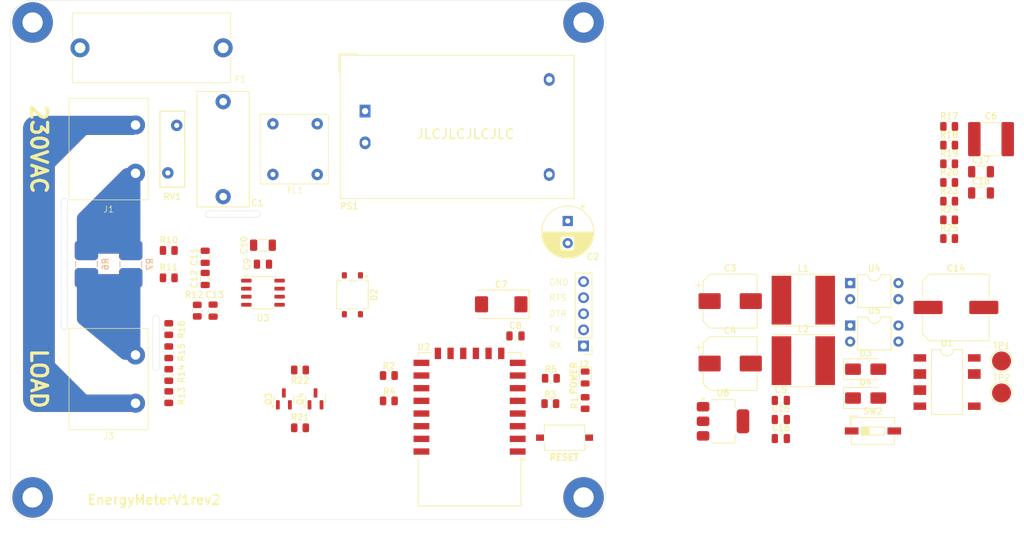
<source format=kicad_pcb>
(kicad_pcb (version 20240108) (generator "pcbnew") (generator_version "8.0")
  (layers (0 "F.Cu" signal) (31 "B.Cu" signal) (34 "B.Paste" user) (35 "F.Paste" user) (36 "B.SilkS" user "B.Silkscreen") (37 "F.SilkS" user "F.Silkscreen") (38 "B.Mask" user) (39 "F.Mask" user) (44 "Edge.Cuts" user))
  (net 0 "")
  (net 1 "Net-(C1-Pad1)")
  (net 2 "N")
  (net 3 "GND2")
  (net 4 "+5V")
  (net 5 "+3.3V")
  (net 6 "Net-(U3-IP)")
  (net 7 "Net-(U3-IN)")
  (net 8 "Net-(U3-VP)")
  (net 9 "Net-(D1-A)")
  (net 10 "L")
  (net 11 "GND1")
  (net 12 "Net-(D2-+)")
  (net 13 "TX")
  (net 14 "/DTR")
  (net 15 "/RTS")
  (net 16 "RX")
  (net 17 "Net-(U1-D)")
  (net 18 "HLW8032 TX")
  (net 19 "HLW8032 PF")
  (net 20 "PF")
  (net 21 "RESET")
  (net 22 "Net-(Q3-B)")
  (net 23 "Net-(Q4-B)")
  (net 24 "GPIO0")
  (net 25 "Net-(U2-GPIO15)")
  (net 26 "Net-(U2-EN)")
  (net 27 "Net-(J3-Pin_2)")
  (net 28 "Net-(R13-Pad2)")
  (net 29 "Net-(R14-Pad2)")
  (net 30 "Net-(R15-Pad2)")
  (net 57 "Net-(D3-K)")
  (net 58 "Net-(U1-BP)")
  (net 59 "Net-(D4-K)")
  (net 60 "+12V")
  (net 61 "/N_COMM")
  (net 62 "/L_COMM")
  (net 63 "Net-(R17-Pad2)")
  (net 64 "Net-(U1-FB)")
  (net 65 "Net-(R23-Pad2)")
  (net 66 "Net-(SW2-A)")
  (footprint "Resistor_SMD:R_0805_2012Metric" (layer "F.Cu") (at 189.25 113.0875 90)
    (property "Reference" "R1" (at 0 -1.65 90) (layer "F.SilkS"))
    (property "Value" "330R")
    (pad "1" smd roundrect (at -0.9125 0 90) (size 1.025 1.4) (layers "F.Cu" "F.Paste" "F.Mask") (roundrect_rratio 0.243902) (net 5 "+3.3V"))
    (pad "2" smd roundrect (at 0.9125 0 90) (size 1.025 1.4) (layers "F.Cu" "F.Paste" "F.Mask") (roundrect_rratio 0.243902) (net 9 "Net-(D1-A)"))
  )
  (footprint "Button_Switch_SMD:SW_Tactile_SPST_NO_Straight_CK_PTS636Sx25SMTRLFS" (layer "F.Cu") (at 186 118.5625)
    (property "Reference" "SW1" (hide yes))
    (property "Value" "SW_Push")
    (pad "1" smd rect (at -3.875 0) (size 1.25 1) (layers "F.Cu" "F.Paste" "F.Mask") (net 21 "RESET"))
    (pad "2" smd rect (at 3.875 0) (size 1.25 1) (layers "F.Cu" "F.Paste" "F.Mask") (net 3 "GND2"))
  )
  (footprint "Capacitor_SMD:C_0805_2012Metric" (layer "F.Cu") (at 129.25 90 -90)
    (property "Reference" "C11" (at 0 1.75 90) (layer "F.SilkS"))
    (property "Value" "33n")
    (pad "1" smd roundrect (at -0.95 0 270) (size 1 1.45) (layers "F.Cu" "F.Paste" "F.Mask") (net 6 "Net-(U3-IP)"))
    (pad "2" smd roundrect (at 0.95 0 270) (size 1 1.45) (layers "F.Cu" "F.Paste" "F.Mask") (net 11 "GND1"))
  )
  (footprint "Resistor_SMD:R_0805_2012Metric" (layer "F.Cu") (at 144.225 107.875 180)
    (property "Reference" "R22" (at 0 -1.65 0) (layer "F.SilkS"))
    (property "Value" "10k")
    (pad "1" smd roundrect (at -0.9125 0 180) (size 1.025 1.4) (layers "F.Cu" "F.Paste" "F.Mask") (roundrect_rratio 0.243902) (net 23 "Net-(Q4-B)"))
    (pad "2" smd roundrect (at 0.9125 0 180) (size 1.025 1.4) (layers "F.Cu" "F.Paste" "F.Mask") (roundrect_rratio 0.243902) (net 15 "/RTS"))
  )
  (footprint "Resistor_SMD:R_0805_2012Metric" (layer "F.Cu") (at 246.73 72.37)
    (property "Reference" "R18" (at 0 -1.65 0) (layer "F.SilkS"))
    (property "Value" "10k")
    (pad "1" smd roundrect (at -0.9125 0) (size 1.025 1.4) (layers "F.Cu" "F.Paste" "F.Mask") (roundrect_rratio 0.243902) (net 5 "+3.3V"))
    (pad "2" smd roundrect (at 0.9125 0) (size 1.025 1.4) (layers "F.Cu" "F.Paste" "F.Mask") (roundrect_rratio 0.243902) (net 20 "PF"))
  )
  (footprint "Library:FH1-200CK-G" (layer "F.Cu") (at 120.789998 57)
    (property "Reference" "F1" (at 14 5 0) (layer "F.SilkS") (effects (font (thickness 0.1))))
    (property "Value" "Fuse socket")
    (pad "1" thru_hole circle (at -11.3 0) (size 3 3) (drill 1.7) (layers "*.Cu" "*.Mask") (net 10 "L"))
    (pad "2" thru_hole circle (at 11.3 0) (size 3 3) (drill 1.7) (layers "*.Cu" "*.Mask") (net 1 "Net-(C1-Pad1)"))
  )
  (footprint "Capacitor_SMD:C_1206_3216Metric" (layer "F.Cu") (at 251.76 76.57)
    (property "Reference" "C17" (at 0 -1.85 0) (layer "F.SilkS"))
    (property "Value" "10u")
    (pad "1" smd roundrect (at -1.475 0) (size 1.15 1.8) (layers "F.Cu" "F.Paste" "F.Mask") (roundrect_rratio 0.217391) (net 60 "+12V"))
    (pad "2" smd roundrect (at 1.475 0) (size 1.15 1.8) (layers "F.Cu" "F.Paste" "F.Mask") (roundrect_rratio 0.217391) (net 11 "GND1"))
  )
  (footprint "Capacitor_SMD:C_1206_3216Metric" (layer "F.Cu") (at 138.375 88.1675)
    (property "Reference" "C10" (at -3 0 90) (layer "F.SilkS"))
    (property "Value" "10u")
    (pad "1" smd roundrect (at -1.475 0) (size 1.15 1.8) (layers "F.Cu" "F.Paste" "F.Mask") (roundrect_rratio 0.217391) (net 4 "+5V"))
    (pad "2" smd roundrect (at 1.475 0) (size 1.15 1.8) (layers "F.Cu" "F.Paste" "F.Mask") (roundrect_rratio 0.217391) (net 11 "GND1"))
  )
  (footprint "Capacitor_SMD:CP_Elec_8x10" (layer "F.Cu") (at 212.155 97)
    (property "Reference" "C3" (at 0 -5.2 0) (layer "F.SilkS"))
    (property "Value" "4u7 / 400V")
    (pad "1" smd roundrect (at -3.25 0) (size 3.5 2.5) (layers "F.Cu" "F.Paste" "F.Mask") (roundrect_rratio 0.1) (net 12 "Net-(D2-+)"))
    (pad "2" smd roundrect (at 3.25 0) (size 3.5 2.5) (layers "F.Cu" "F.Paste" "F.Mask") (roundrect_rratio 0.1) (net 11 "GND1"))
  )
  (footprint "Connector_PinHeader_2.54mm:PinHeader_1x05_P2.54mm_Vertical" (layer "F.Cu") (at 189 104.075 180)
    (property "Reference" "J2" (at 0 -2.925 360) (layer "F.SilkS"))
    (property "Value" "Conn_01x05")
    (pad "1" thru_hole rect (at 0 0 180) (size 1.7 1.7) (drill 1) (layers "*.Cu" "*.Mask") (net 16 "RX"))
    (pad "2" thru_hole oval (at 0 2.54 180) (size 1.7 1.7) (drill 1) (layers "*.Cu" "*.Mask") (net 13 "TX"))
    (pad "3" thru_hole oval (at 0 5.08 180) (size 1.7 1.7) (drill 1) (layers "*.Cu" "*.Mask") (net 14 "/DTR"))
    (pad "4" thru_hole oval (at 0 7.62 180) (size 1.7 1.7) (drill 1) (layers "*.Cu" "*.Mask") (net 15 "/RTS"))
    (pad "5" thru_hole oval (at 0 10.16 180) (size 1.7 1.7) (drill 1) (layers "*.Cu" "*.Mask") (net 3 "GND2"))
  )
  (footprint "Library:R_2512_Shunt" (layer "F.Cu") (at 110.5 91.16 -90)
    (property "Reference" "R8" (at 0 -3 90) (layer "F.SilkS"))
    (property "Value" "0.004R")
    (pad "1" smd roundrect (at -2.16 0 270) (size 3.05 3.68) (layers "F.Cu" "F.Paste" "F.Mask") (roundrect_rratio 0.178571) (net 2 "N"))
    (pad "2" smd roundrect (at 2.16 0 270) (size 3.05 3.68) (layers "F.Cu" "F.Paste" "F.Mask") (roundrect_rratio 0.178571) (net 27 "Net-(J3-Pin_2)"))
  )
  (footprint "Resistor_SMD:R_0805_2012Metric" (layer "F.Cu") (at 158.25 112.75)
    (property "Reference" "R4" (at 0.0875 -1.5 0) (layer "F.SilkS"))
    (property "Value" "10k")
    (pad "1" smd roundrect (at -0.9125 0) (size 1.025 1.4) (layers "F.Cu" "F.Paste" "F.Mask") (roundrect_rratio 0.243902) (net 5 "+3.3V"))
    (pad "2" smd roundrect (at 0.9125 0) (size 1.025 1.4) (layers "F.Cu" "F.Paste" "F.Mask") (roundrect_rratio 0.243902) (net 24 "GPIO0"))
  )
  (footprint "Resistor_SMD:R_0805_2012Metric" (layer "F.Cu") (at 128 98.5 90)
    (property "Reference" "R12" (at 2.5 -0.5 180) (layer "F.SilkS"))
    (property "Value" "1k")
    (pad "1" smd roundrect (at -0.9125 0 90) (size 1.025 1.4) (layers "F.Cu" "F.Paste" "F.Mask") (roundrect_rratio 0.243902) (net 11 "GND1"))
    (pad "2" smd roundrect (at 0.9125 0 90) (size 1.025 1.4) (layers "F.Cu" "F.Paste" "F.Mask") (roundrect_rratio 0.243902) (net 8 "Net-(U3-VP)"))
  )
  (footprint "Resistor_SMD:R_0805_2012Metric" (layer "F.Cu") (at 144.225 117)
    (property "Reference" "R21" (at 0 -1.65 0) (layer "F.SilkS"))
    (property "Value" "10k")
    (pad "1" smd roundrect (at -0.9125 0) (size 1.025 1.4) (layers "F.Cu" "F.Paste" "F.Mask") (roundrect_rratio 0.243902) (net 22 "Net-(Q3-B)"))
    (pad "2" smd roundrect (at 0.9125 0) (size 1.025 1.4) (layers "F.Cu" "F.Paste" "F.Mask") (roundrect_rratio 0.243902) (net 14 "/DTR"))
  )
  (footprint "Library:SOP-8_3.9x4.9mm_P1.27mm_custom" (layer "F.Cu") (at 138.375 95.6675)
    (property "Reference" "U3" (at 0 4 0) (layer "F.SilkS"))
    (property "Value" "HLW8032")
    (pad "1" smd roundrect (at -2.625 -1.905) (size 1.65 0.6) (layers "F.Cu" "F.Paste" "F.Mask") (net 4 "+5V"))
    (pad "2" smd roundrect (at -2.625 -0.635) (size 1.65 0.6) (layers "F.Cu" "F.Paste" "F.Mask") (net 6 "Net-(U3-IP)"))
    (pad "3" smd roundrect (at -2.625 0.635) (size 1.65 0.6) (layers "F.Cu" "F.Paste" "F.Mask") (net 7 "Net-(U3-IN)"))
    (pad "4" smd roundrect (at -2.625 1.905) (size 1.65 0.6) (layers "F.Cu" "F.Paste" "F.Mask") (net 8 "Net-(U3-VP)"))
    (pad "5" smd roundrect (at 2.625 1.905) (size 1.65 0.6) (layers "F.Cu" "F.Paste" "F.Mask") (net 11 "GND1"))
    (pad "6" smd roundrect (at 2.625 0.635) (size 1.65 0.6) (layers "F.Cu" "F.Paste" "F.Mask") (net 18 "HLW8032 TX"))
    (pad "7" smd roundrect (at 2.625 -0.635) (size 1.65 0.6) (layers "F.Cu" "F.Paste" "F.Mask") (net 19 "HLW8032 PF"))
    (pad "8" smd roundrect (at 2.625 -1.905) (size 1.65 0.6) (layers "F.Cu" "F.Paste" "F.Mask"))
  )
  (footprint "Converter_ACDC:Converter_ACDC_Hi-Link_HLK-PMxx" (layer "F.Cu") (at 154.5 67)
    (property "Reference" "PS1" (at -2.5 15 0) (layer "F.SilkS"))
    (property "Value" "HLK-PM03")
    (pad "1" thru_hole rect (at 0 0) (size 1.7 2) (drill 1) (layers "*.Cu" "*.Mask") (net 62 "/L_COMM"))
    (pad "2" thru_hole oval (at 0 5) (size 1.7 2) (drill 1) (layers "*.Cu" "*.Mask") (net 61 "/N_COMM"))
    (pad "3" thru_hole oval (at 29.08 -5) (size 1.7 2) (drill 1) (layers "*.Cu" "*.Mask") (net 3 "GND2"))
    (pad "4" thru_hole oval (at 29.08 10) (size 1.7 2) (drill 1) (layers "*.Cu" "*.Mask") (net 5 "+3.3V"))
  )
  (footprint "MountingHole:MountingHole_3.2mm_M3_Pad_TopBottom" (layer "F.Cu") (at 102 128)
    (property "Reference" "H4" (hide yes))
    (property "Value" "MountingHole")
    (pad "1" thru_hole circle (at 0 0) (size 3.6 3.6) (drill 3.2) (layers "*.Cu" "*.Mask"))
    (pad "1" connect circle (at 0 0) (size 6.4 6.4) (layers "F.Cu" "F.Mask"))
    (pad "1" connect circle (at 0 0) (size 6.4 6.4) (layers "B.Cu" "B.Mask"))
  )
  (footprint "Resistor_SMD:R_0805_2012Metric" (layer "F.Cu") (at 123.5 93.32)
    (property "Reference" "R11" (at 0 -1.65 0) (layer "F.SilkS"))
    (property "Value" "1k")
    (pad "1" smd roundrect (at -0.9125 0) (size 1.025 1.4) (layers "F.Cu" "F.Paste" "F.Mask") (roundrect_rratio 0.243902) (net 27 "Net-(J3-Pin_2)"))
    (pad "2" smd roundrect (at 0.9125 0) (size 1.025 1.4) (layers "F.Cu" "F.Paste" "F.Mask") (roundrect_rratio 0.243902) (net 7 "Net-(U3-IN)"))
  )
  (footprint "Library:KF7.62-2P" (layer "F.Cu") (at 118.25 109.31 90)
    (property "Reference" "J3" (at -9 -4.25 0) (layer "F.SilkS") (effects (font (thickness 0.1))))
    (property "Value" "Screw_Terminal_LOAD")
    (pad "1" thru_hole circle (at -3.81 0 90) (size 3 3) (drill 1.5) (layers "*.Cu" "*.Mask") (net 10 "L"))
    (pad "2" thru_hole circle (at 3.81 0 90) (size 3 3) (drill 1.5) (layers "*.Cu" "*.Mask") (net 27 "Net-(J3-Pin_2)"))
  )
  (footprint "MountingHole:MountingHole_3.2mm_M3_Pad_TopBottom" (layer "F.Cu") (at 102 53)
    (property "Reference" "H1" (hide yes))
    (property "Value" "MountingHole")
    (pad "1" thru_hole circle (at 0 0) (size 3.6 3.6) (drill 3.2) (layers "*.Cu" "*.Mask"))
    (pad "1" connect circle (at 0 0) (size 6.4 6.4) (layers "F.Cu" "F.Mask"))
    (pad "1" connect circle (at 0 0) (size 6.4 6.4) (layers "B.Cu" "B.Mask"))
  )
  (footprint "Capacitor_SMD:C_2220_5750Metric_Pad1.97x5.40mm_HandSolder" (layer "F.Cu") (at 253.34 71.42)
    (property "Reference" "C6" (at 0 -3.65 0) (layer "F.SilkS"))
    (property "Value" "22u / 50V")
    (pad "1" smd roundrect (at -2.6375 0) (size 1.975 5.4) (layers "F.Cu" "F.Paste" "F.Mask") (roundrect_rratio 0.126582) (net 59 "Net-(D4-K)"))
    (pad "2" smd roundrect (at 2.6375 0) (size 1.975 5.4) (layers "F.Cu" "F.Paste" "F.Mask") (roundrect_rratio 0.126582) (net 57 "Net-(D3-K)"))
  )
  (footprint "Varistor:RV_Disc_D12mm_W3.9mm_P7.5mm" (layer "F.Cu") (at 124.757499 69.25 -90)
    (property "Reference" "RV1" (at 11.25 0.7 0) (layer "F.SilkS"))
    (property "Value" "MOV-10D561K")
    (pad "1" thru_hole circle (at 0 0 270) (size 1.8 1.8) (drill 0.8) (layers "*.Cu" "*.Mask") (net 1 "Net-(C1-Pad1)"))
    (pad "2" thru_hole circle (at 7.5 1.4 270) (size 1.8 1.8) (drill 0.8) (layers "*.Cu" "*.Mask") (net 2 "N"))
  )
  (footprint "Diode_SMD:D_SMA" (layer "F.Cu") (at 233.545 107.75)
    (property "Reference" "D3" (at 0 -2.5 0) (layer "F.SilkS"))
    (property "Value" "US1JHE3")
    (pad "1" smd roundrect (at -2 0) (size 2.5 1.8) (layers "F.Cu" "F.Paste" "F.Mask") (roundrect_rratio 0.1388888889) (net 57 "Net-(D3-K)"))
    (pad "2" smd roundrect (at 2 0) (size 2.5 1.8) (layers "F.Cu" "F.Paste" "F.Mask") (roundrect_rratio 0.1388888889) (net 11 "GND1"))
  )
  (footprint "Capacitor_SMD:C_Elec_10x10.2" (layer "F.Cu") (at 247.8 98)
    (property "Reference" "C14" (at 0 -6.2 0) (layer "F.SilkS"))
    (property "Value" "100u")
    (pad "1" smd roundrect (at -4.4 0) (size 4.6 2.1) (layers "F.Cu" "F.Paste" "F.Mask") (roundrect_rratio 0.119048) (net 60 "+12V"))
    (pad "2" smd roundrect (at 4.4 0) (size 4.6 2.1) (layers "F.Cu" "F.Paste" "F.Mask") (roundrect_rratio 0.119048) (net 11 "GND1"))
  )
  (footprint "Resistor_SMD:R_0805_2012Metric" (layer "F.Cu") (at 246.73 87.12)
    (property "Reference" "R25" (at 0 -1.65 0) (layer "F.SilkS"))
    (property "Value" "3k3")
    (pad "1" smd roundrect (at -0.9125 0) (size 1.025 1.4) (layers "F.Cu" "F.Paste" "F.Mask") (roundrect_rratio 0.243902) (net 60 "+12V"))
    (pad "2" smd roundrect (at 0.9125 0) (size 1.025 1.4) (layers "F.Cu" "F.Paste" "F.Mask") (roundrect_rratio 0.243902) (net 11 "GND1"))
  )
  (footprint "Package_TO_SOT_SMD:SOT-23" (layer "F.Cu") (at 146.675 112.4375 90)
    (property "Reference" "Q4" (at 0 -2.4 90) (layer "F.SilkS"))
    (property "Value" "S8050-SOT23")
    (pad "1" smd roundrect (at -0.9375 -0.95 90) (size 1.475 0.6) (layers "F.Cu" "F.Paste" "F.Mask") (net 23 "Net-(Q4-B)"))
    (pad "2" smd roundrect (at -0.9375 0.95 90) (size 1.475 0.6) (layers "F.Cu" "F.Paste" "F.Mask") (net 14 "/DTR"))
    (pad "3" smd roundrect (at 0.9375 0 90) (size 1.475 0.6) (layers "F.Cu" "F.Paste" "F.Mask") (net 24 "GPIO0"))
  )
  (footprint "Package_DIP:DIP-4_W7.62mm" (layer "F.Cu") (at 231.1 100.85)
    (property "Reference" "U5" (at 3.81 -2.33 0) (layer "F.SilkS"))
    (property "Value" "PC817")
    (pad "1" thru_hole rect (at 0 0) (size 1.6 1.6) (drill 0.8) (layers "*.Cu" "*.Mask") (net 63 "Net-(R17-Pad2)"))
    (pad "2" thru_hole oval (at 0 2.54) (size 1.6 1.6) (drill 0.8) (layers "*.Cu" "*.Mask") (net 19 "HLW8032 PF"))
    (pad "3" thru_hole oval (at 7.62 2.54) (size 1.6 1.6) (drill 0.8) (layers "*.Cu" "*.Mask") (net 3 "GND2"))
    (pad "4" thru_hole oval (at 7.62 0) (size 1.6 1.6) (drill 0.8) (layers "*.Cu" "*.Mask") (net 20 "PF"))
  )
  (footprint "Capacitor_SMD:C_0805_2012Metric" (layer "F.Cu") (at 220.15 112.68)
    (property "Reference" "C5" (at 0 -1.68 0) (layer "F.SilkS"))
    (property "Value" "100n")
    (pad "1" smd roundrect (at -0.95 0) (size 1 1.45) (layers "F.Cu" "F.Paste" "F.Mask") (net 58 "Net-(U1-BP)"))
    (pad "2" smd roundrect (at 0.95 0) (size 1 1.45) (layers "F.Cu" "F.Paste" "F.Mask") (net 57 "Net-(D3-K)"))
  )
  (footprint "RF_Module:ESP-12E" (layer "F.Cu") (at 171 117.25 180)
    (property "Reference" "U2" (at 7.25 13 0) (layer "F.SilkS"))
    (property "Value" "ESP-12F")
    (pad "1" smd rect (at -7.6 -3.5 180) (size 2.5 1) (layers "F.Cu" "F.Paste" "F.Mask") (net 21 "RESET"))
    (pad "2" smd rect (at -7.6 -1.5 180) (size 2.5 1) (layers "F.Cu" "F.Paste" "F.Mask"))
    (pad "3" smd rect (at -7.6 0.5 180) (size 2.5 1) (layers "F.Cu" "F.Paste" "F.Mask") (net 26 "Net-(U2-EN)"))
    (pad "4" smd rect (at -7.6 2.5 180) (size 2.5 1) (layers "F.Cu" "F.Paste" "F.Mask"))
    (pad "5" smd rect (at -7.6 4.5 180) (size 2.5 1) (layers "F.Cu" "F.Paste" "F.Mask"))
    (pad "6" smd rect (at -7.6 6.5 180) (size 2.5 1) (layers "F.Cu" "F.Paste" "F.Mask"))
    (pad "7" smd rect (at -7.6 8.5 180) (size 2.5 1) (layers "F.Cu" "F.Paste" "F.Mask"))
    (pad "8" smd rect (at -7.6 10.5 180) (size 2.5 1) (layers "F.Cu" "F.Paste" "F.Mask") (net 5 "+3.3V"))
    (pad "9" smd rect (at -5 12 180) (size 1 1.8) (layers "F.Cu" "F.Paste" "F.Mask"))
    (pad "10" smd rect (at -3 12 180) (size 1 1.8) (layers "F.Cu" "F.Paste" "F.Mask"))
    (pad "11" smd rect (at -1 12 180) (size 1 1.8) (layers "F.Cu" "F.Paste" "F.Mask"))
    (pad "12" smd rect (at 1 12 180) (size 1 1.8) (layers "F.Cu" "F.Paste" "F.Mask"))
    (pad "13" smd rect (at 3 12 180) (size 1 1.8) (layers "F.Cu" "F.Paste" "F.Mask"))
    (pad "14" smd rect (at 5 12 180) (size 1 1.8) (layers "F.Cu" "F.Paste" "F.Mask"))
    (pad "15" smd rect (at 7.6 10.5 180) (size 2.5 1) (layers "F.Cu" "F.Paste" "F.Mask") (net 3 "GND2"))
    (pad "16" smd rect (at 7.6 8.5 180) (size 2.5 1) (layers "F.Cu" "F.Paste" "F.Mask") (net 25 "Net-(U2-GPIO15)"))
    (pad "17" smd rect (at 7.6 6.5 180) (size 2.5 1) (layers "F.Cu" "F.Paste" "F.Mask"))
    (pad "18" smd rect (at 7.6 4.5 180) (size 2.5 1) (layers "F.Cu" "F.Paste" "F.Mask") (net 24 "GPIO0"))
    (pad "19" smd rect (at 7.6 2.5 180) (size 2.5 1) (layers "F.Cu" "F.Paste" "F.Mask") (net 20 "PF"))
    (pad "20" smd rect (at 7.6 0.5 180) (size 2.5 1) (layers "F.Cu" "F.Paste" "F.Mask"))
    (pad "21" smd rect (at 7.6 -1.5 180) (size 2.5 1) (layers "F.Cu" "F.Paste" "F.Mask") (net 13 "TX"))
    (pad "22" smd rect (at 7.6 -3.5 180) (size 2.5 1) (layers "F.Cu" "F.Paste" "F.Mask") (net 16 "RX"))
    (zone (net 0) (net_name "") (layers "*.Cu") (connect_pads (clearance 0)) (min_thickness 0.254)
      (keepout (tracks not_allowed) (vias not_allowed) (pads not_allowed) (copperpour not_allowed) (footprints not_allowed))
      (fill (thermal_gap 0.508) (thermal_bridge_width 0.508))
      (polygon (pts (xy 179.12 122.05) (xy 162.88 122.05) (xy 162.88 129.37) (xy 179.12 129.37)))
    )
  )
  (footprint "Package_TO_SOT_SMD:TO-269AA" (layer "F.Cu") (at 152.5 96 -90)
    (property "Reference" "D2" (at 0 -3.4 90) (layer "F.SilkS"))
    (property "Value" "MB6S")
    (pad "1" smd roundrect (at -3.075 -1.27 270) (size 1 0.8) (layers "F.Cu" "F.Paste" "F.Mask") (net 61 "/N_COMM"))
    (pad "2" smd roundrect (at -3.075 1.27 270) (size 1 0.8) (layers "F.Cu" "F.Paste" "F.Mask") (net 62 "/L_COMM"))
    (pad "3" smd roundrect (at 3.075 1.27 270) (size 1 0.8) (layers "F.Cu" "F.Paste" "F.Mask") (net 12 "Net-(D2-+)"))
    (pad "4" smd roundrect (at 3.075 -1.27 270) (size 1 0.8) (layers "F.Cu" "F.Paste" "F.Mask") (net 11 "GND1"))
  )
  (footprint "Resistor_SMD:R_0805_2012Metric" (layer "F.Cu") (at 246.73 69.42)
    (property "Reference" "R17" (at 0 -1.65 0) (layer "F.SilkS"))
    (property "Value" "470R")
    (pad "1" smd roundrect (at -0.9125 0) (size 1.025 1.4) (layers "F.Cu" "F.Paste" "F.Mask") (roundrect_rratio 0.243902) (net 4 "+5V"))
    (pad "2" smd roundrect (at 0.9125 0) (size 1.025 1.4) (layers "F.Cu" "F.Paste" "F.Mask") (roundrect_rratio 0.243902) (net 63 "Net-(R17-Pad2)"))
  )
  (footprint "Resistor_SMD:R_0805_2012Metric" (layer "F.Cu") (at 246.73 81.22)
    (property "Reference" "R23" (at 0 -1.65 0) (layer "F.SilkS"))
    (property "Value" "470R")
    (pad "1" smd roundrect (at -0.9125 0) (size 1.025 1.4) (layers "F.Cu" "F.Paste" "F.Mask") (roundrect_rratio 0.243902) (net 4 "+5V"))
    (pad "2" smd roundrect (at 0.9125 0) (size 1.025 1.4) (layers "F.Cu" "F.Paste" "F.Mask") (roundrect_rratio 0.243902) (net 65 "Net-(R23-Pad2)"))
  )
  (footprint "LED_SMD:LED_0805_2012Metric" (layer "F.Cu") (at 189.25 109.0625 -90)
    (property "Reference" "D1" (hide yes))
    (property "Value" "RED")
    (pad "1" smd roundrect (at -0.9375 0 270) (size 0.975 1.4) (layers "F.Cu" "F.Paste" "F.Mask") (net 3 "GND2"))
    (pad "2" smd roundrect (at 0.9375 0 270) (size 0.975 1.4) (layers "F.Cu" "F.Paste" "F.Mask") (net 9 "Net-(D1-A)"))
  )
  (footprint "Resistor_SMD:R_0805_2012Metric" (layer "F.Cu") (at 246.73 84.17)
    (property "Reference" "R24" (at 0 -1.65 0) (layer "F.SilkS"))
    (property "Value" "10k")
    (pad "1" smd roundrect (at -0.9125 0) (size 1.025 1.4) (layers "F.Cu" "F.Paste" "F.Mask") (roundrect_rratio 0.243902) (net 5 "+3.3V"))
    (pad "2" smd roundrect (at 0.9125 0) (size 1.025 1.4) (layers "F.Cu" "F.Paste" "F.Mask") (roundrect_rratio 0.243902) (net 66 "Net-(SW2-A)"))
  )
  (footprint "Inductor_SMD:L_Taiyo-Yuden_NR-80xx_HandSoldering" (layer "F.Cu") (at 223.7 106.4)
    (property "Reference" "L2" (at 0 -5 0) (layer "F.SilkS"))
    (property "Value" "1mH")
    (pad "1" smd rect (at -3.45 0) (size 3.1 7.7) (layers "F.Cu" "F.Paste" "F.Mask") (net 57 "Net-(D3-K)"))
    (pad "2" smd rect (at 3.45 0) (size 3.1 7.7) (layers "F.Cu" "F.Paste" "F.Mask") (net 60 "+12V"))
  )
  (footprint "Package_TO_SOT_SMD:SOT-223-3_TabPin2" (layer "F.Cu") (at 211.02 115.975)
    (property "Reference" "U6" (at 0 -4.5 0) (layer "F.SilkS"))
    (property "Value" "AMS1117-5.0")
    (pad "1" smd roundrect (at -3.15 -2.3) (size 2 1.5) (layers "F.Cu" "F.Paste" "F.Mask") (net 11 "GND1"))
    (pad "2" smd roundrect (at -3.15 0) (size 2 1.5) (layers "F.Cu" "F.Paste" "F.Mask") (net 4 "+5V"))
    (pad "2" smd roundrect (at 3.15 0) (size 2 3.8) (layers "F.Cu" "F.Paste" "F.Mask") (net 4 "+5V"))
    (pad "3" smd roundrect (at -3.15 2.3) (size 2 1.5) (layers "F.Cu" "F.Paste" "F.Mask") (net 60 "+12V"))
  )
  (footprint "Capacitor_SMD:C_1206_3216Metric" (layer "F.Cu") (at 251.76 79.92)
    (property "Reference" "C18" (at 0 -1.85 0) (layer "F.SilkS"))
    (property "Value" "10u")
    (pad "1" smd roundrect (at -1.475 0) (size 1.15 1.8) (layers "F.Cu" "F.Paste" "F.Mask") (roundrect_rratio 0.217391) (net 4 "+5V"))
    (pad "2" smd roundrect (at 1.475 0) (size 1.15 1.8) (layers "F.Cu" "F.Paste" "F.Mask") (roundrect_rratio 0.217391) (net 11 "GND1"))
  )
  (footprint "Resistor_SMD:R_0805_2012Metric" (layer "F.Cu") (at 123.5 101.4125 90)
    (property "Reference" "R16" (at -0.0875 2 90) (layer "F.SilkS"))
    (property "Value" "470k")
    (pad "1" smd roundrect (at -0.9125 0 90) (size 1.025 1.4) (layers "F.Cu" "F.Paste" "F.Mask") (roundrect_rratio 0.243902) (net 30 "Net-(R15-Pad2)"))
    (pad "2" smd roundrect (at 0.9125 0 90) (size 1.025 1.4) (layers "F.Cu" "F.Paste" "F.Mask") (roundrect_rratio 0.243902) (net 8 "Net-(U3-VP)"))
  )
  (footprint "Package_TO_SOT_SMD:SOT-23" (layer "F.Cu") (at 141.675 112.4375 90)
    (property "Reference" "Q3" (at 0 -2.4 90) (layer "F.SilkS"))
    (property "Value" "S8050-SOT23")
    (pad "1" smd roundrect (at -0.9375 -0.95 90) (size 1.475 0.6) (layers "F.Cu" "F.Paste" "F.Mask") (net 22 "Net-(Q3-B)"))
    (pad "2" smd roundrect (at -0.9375 0.95 90) (size 1.475 0.6) (layers "F.Cu" "F.Paste" "F.Mask") (net 15 "/RTS"))
    (pad "3" smd roundrect (at 0.9375 0 90) (size 1.475 0.6) (layers "F.Cu" "F.Paste" "F.Mask") (net 21 "RESET"))
  )
  (footprint "Capacitor_SMD:C_0805_2012Metric" (layer "F.Cu") (at 138.375 91.1675)
    (property "Reference" "C9" (at -2.5 0 90) (layer "F.SilkS"))
    (property "Value" "100n")
    (pad "1" smd roundrect (at -0.95 0) (size 1 1.45) (layers "F.Cu" "F.Paste" "F.Mask") (net 4 "+5V"))
    (pad "2" smd roundrect (at 0.95 0) (size 1 1.45) (layers "F.Cu" "F.Paste" "F.Mask") (net 11 "GND1"))
  )
  (footprint "Diode_SMD:D_SMA" (layer "F.Cu") (at 233.545 112.3)
    (property "Reference" "D4" (at 0 -2.5 0) (layer "F.SilkS"))
    (property "Value" "US1JHE3")
    (pad "1" smd roundrect (at -2 0) (size 2.5 1.8) (layers "F.Cu" "F.Paste" "F.Mask") (roundrect_rratio 0.1388888889) (net 59 "Net-(D4-K)"))
    (pad "2" smd roundrect (at 2 0) (size 2.5 1.8) (layers "F.Cu" "F.Paste" "F.Mask") (roundrect_rratio 0.1388888889) (net 60 "+12V"))
  )
  (footprint "Resistor_SMD:R_0805_2012Metric" (layer "F.Cu") (at 246.73 78.27)
    (property "Reference" "R20" (at 0 -1.65 0) (layer "F.SilkS"))
    (property "Value" "13k")
    (pad "1" smd roundrect (at -0.9125 0) (size 1.025 1.4) (layers "F.Cu" "F.Paste" "F.Mask") (roundrect_rratio 0.243902) (net 64 "Net-(U1-FB)"))
    (pad "2" smd roundrect (at 0.9125 0) (size 1.025 1.4) (layers "F.Cu" "F.Paste" "F.Mask") (roundrect_rratio 0.243902) (net 59 "Net-(D4-K)"))
  )
  (footprint "Library:YDUU9.8-103L0301" (layer "F.Cu") (at 143.447497 73 -90)
    (property "Reference" "FL1" (at 6.5 0 0) (layer "F.SilkS") (effects (font (thickness 0.1))))
    (property "Value" "UU9.8-103L0301")
    (pad "1" thru_hole circle (at -4 -3.5 270) (size 1.8 1.8) (drill 0.8) (layers "*.Cu" "*.Mask") (net 62 "/L_COMM"))
    (pad "2" thru_hole circle (at -4 3.5 270) (size 1.8 1.8) (drill 0.8) (layers "*.Cu" "*.Mask") (net 1 "Net-(C1-Pad1)"))
    (pad "3" thru_hole circle (at 4 3.5 270) (size 1.8 1.8) (drill 0.8) (layers "*.Cu" "*.Mask") (net 2 "N"))
    (pad "4" thru_hole circle (at 4 -3.5 270) (size 1.8 1.8) (drill 0.8) (layers "*.Cu" "*.Mask") (net 61 "/N_COMM"))
  )
  (footprint "Resistor_SMD:R_0805_2012Metric" (layer "F.Cu") (at 246.73 75.32)
    (property "Reference" "R19" (at 0 -1.65 0) (layer "F.SilkS"))
    (property "Value" "2k05")
    (pad "1" smd roundrect (at -0.9125 0) (size 1.025 1.4) (layers "F.Cu" "F.Paste" "F.Mask") (roundrect_rratio 0.243902) (net 64 "Net-(U1-FB)"))
    (pad "2" smd roundrect (at 0.9125 0) (size 1.025 1.4) (layers "F.Cu" "F.Paste" "F.Mask") (roundrect_rratio 0.243902) (net 57 "Net-(D3-K)"))
  )
  (footprint "Capacitor_THT:CP_Radial_D8.0mm_P3.50mm" (layer "F.Cu") (at 186.5 84.347349 -90)
    (property "Reference" "C2" (at 5.652651 -4 0) (layer "F.SilkS"))
    (property "Value" "100uF")
    (pad "1" thru_hole rect (at 0 0 270) (size 1.6 1.6) (drill 0.8) (layers "*.Cu" "*.Mask") (net 5 "+3.3V"))
    (pad "2" thru_hole circle (at 3.5 0 270) (size 1.6 1.6) (drill 0.8) (layers "*.Cu" "*.Mask") (net 3 "GND2"))
  )
  (footprint "Library:R_2512_Shunt" (layer "F.Cu") (at 117.5 91.16 -90)
    (property "Reference" "R9" (at 0 -3 90) (layer "F.SilkS"))
    (property "Value" "0.004R")
    (pad "1" smd roundrect (at -2.16 0 270) (size 3.05 3.68) (layers "F.Cu" "F.Paste" "F.Mask") (roundrect_rratio 0.178571) (net 2 "N"))
    (pad "2" smd roundrect (at 2.16 0 270) (size 3.05 3.68) (layers "F.Cu" "F.Paste" "F.Mask") (roundrect_rratio 0.178571) (net 27 "Net-(J3-Pin_2)"))
  )
  (footprint "Capacitor_THT:C_Rect_L18.0mm_W8.0mm_P15.00mm_FKS3_FKP3" (layer "F.Cu") (at 132.089998 65.5 -90)
    (property "Reference" "C1" (at 16 -5.408752 0) (layer "F.SilkS"))
    (property "Value" "100nF X1 440V")
    (pad "1" thru_hole circle (at 0 0 270) (size 2.4 2.4) (drill 1.2) (layers "*.Cu" "*.Mask") (net 1 "Net-(C1-Pad1)"))
    (pad "2" thru_hole circle (at 15 0 270) (size 2.4 2.4) (drill 1.2) (layers "*.Cu" "*.Mask") (net 2 "N"))
  )
  (footprint "Capacitor_SMD:CP_Elec_8x10" (layer "F.Cu") (at 212.155 106.85)
    (property "Reference" "C4" (at 0 -5.2 0) (layer "F.SilkS"))
    (property "Value" "4u7 / 400V")
    (pad "1" smd roundrect (at -3.25 0) (size 3.5 2.5) (layers "F.Cu" "F.Paste" "F.Mask") (roundrect_rratio 0.1) (net 17 "Net-(U1-D)"))
    (pad "2" smd roundrect (at 3.25 0) (size 3.5 2.5) (layers "F.Cu" "F.Paste" "F.Mask") (roundrect_rratio 0.1) (net 11 "GND1"))
  )
  (footprint "Capacitor_SMD:C_0805_2012Metric" (layer "F.Cu") (at 129.25 93.5 -90)
    (property "Reference" "C12" (at 0 1.75 90) (layer "F.SilkS"))
    (property "Value" "33n")
    (pad "1" smd roundrect (at -0.95 0 270) (size 1 1.45) (layers "F.Cu" "F.Paste" "F.Mask") (net 7 "Net-(U3-IN)"))
    (pad "2" smd roundrect (at 0.95 0 270) (size 1 1.45) (layers "F.Cu" "F.Paste" "F.Mask") (net 11 "GND1"))
  )
  (footprint "Capacitor_SMD:C_0805_2012Metric" (layer "F.Cu") (at 178.25 102.5 180)
    (property "Reference" "C8" (at 0 1.625 0) (layer "F.SilkS"))
    (property "Value" "100n")
    (pad "1" smd roundrect (at -0.95 0 180) (size 1 1.45) (layers "F.Cu" "F.Paste" "F.Mask") (net 5 "+3.3V"))
    (pad "2" smd roundrect (at 0.95 0 180) (size 1 1.45) (layers "F.Cu" "F.Paste" "F.Mask") (net 3 "GND2"))
  )
  (footprint "Resistor_SMD:R_0805_2012Metric" (layer "F.Cu") (at 123.5 108.6625 90)
    (property "Reference" "R14" (at 0.1625 2 90) (layer "F.SilkS"))
    (property "Value" "470k")
    (pad "1" smd roundrect (at -0.9125 0 90) (size 1.025 1.4) (layers "F.Cu" "F.Paste" "F.Mask") (roundrect_rratio 0.243902) (net 28 "Net-(R13-Pad2)"))
    (pad "2" smd roundrect (at 0.9125 0 90) (size 1.025 1.4) (layers "F.Cu" "F.Paste" "F.Mask") (roundrect_rratio 0.243902) (net 29 "Net-(R14-Pad2)"))
  )
  (footprint "Inductor_SMD:L_Taiyo-Yuden_NR-80xx_HandSoldering" (layer "F.Cu") (at 223.7 96.85)
    (property "Reference" "L1" (at 0 -5 0) (layer "F.SilkS"))
    (property "Value" "1mH")
    (pad "1" smd rect (at -3.45 0) (size 3.1 7.7) (layers "F.Cu" "F.Paste" "F.Mask") (net 12 "Net-(D2-+)"))
    (pad "2" smd rect (at 3.45 0) (size 3.1 7.7) (layers "F.Cu" "F.Paste" "F.Mask") (net 17 "Net-(U1-D)"))
  )
  (footprint "Resistor_SMD:R_0805_2012Metric" (layer "F.Cu") (at 123.5 112.1625 90)
    (property "Reference" "R13" (at 0.175 2 90) (layer "F.SilkS"))
    (property "Value" "470k")
    (pad "1" smd roundrect (at -0.9125 0 90) (size 1.025 1.4) (layers "F.Cu" "F.Paste" "F.Mask") (roundrect_rratio 0.243902) (net 10 "L"))
    (pad "2" smd roundrect (at 0.9125 0 90) (size 1.025 1.4) (layers "F.Cu" "F.Paste" "F.Mask") (roundrect_rratio 0.243902) (net 28 "Net-(R13-Pad2)"))
  )
  (footprint "MountingHole:MountingHole_3.2mm_M3_Pad_TopBottom" (layer "F.Cu") (at 189 53)
    (property "Reference" "H2" (hide yes))
    (property "Value" "MountingHole")
    (pad "1" thru_hole circle (at 0 0) (size 3.6 3.6) (drill 3.2) (layers "*.Cu" "*.Mask"))
    (pad "1" connect circle (at 0 0) (size 6.4 6.4) (layers "F.Cu" "F.Mask"))
    (pad "1" connect circle (at 0 0) (size 6.4 6.4) (layers "B.Cu" "B.Mask"))
  )
  (footprint "Button_Switch_SMD:SW_DIP_SPSTx01_Slide_6.7x4.1mm_W6.73mm_P2.54mm_LowProfile_JPin" (layer "F.Cu") (at 234.7 117.5)
    (property "Reference" "SW2" (at 0 -3.11 0) (layer "F.SilkS"))
    (property "Value" "SW_SPST")
    (pad "1" smd rect (at -3.365 0) (size 2.16 1.12) (layers "F.Cu" "F.Paste" "F.Mask") (net 66 "Net-(SW2-A)"))
    (pad "2" smd rect (at 3.365 0) (size 2.16 1.12) (layers "F.Cu" "F.Paste" "F.Mask") (net 13 "TX"))
  )
  (footprint "Resistor_SMD:R_0805_2012Metric" (layer "F.Cu") (at 183.8375 109.1875 180)
    (property "Reference" "R5" (at 0 1.4375 0) (layer "F.SilkS"))
    (property "Value" "10k")
    (pad "1" smd roundrect (at -0.9125 0 180) (size 1.025 1.4) (layers "F.Cu" "F.Paste" "F.Mask") (roundrect_rratio 0.243902) (net 5 "+3.3V"))
    (pad "2" smd roundrect (at 0.9125 0 180) (size 1.025 1.4) (layers "F.Cu" "F.Paste" "F.Mask") (roundrect_rratio 0.243902) (net 26 "Net-(U2-EN)"))
  )
  (footprint "MountingHole:MountingHole_3.2mm_M3_Pad_TopBottom" (layer "F.Cu") (at 189 128)
    (property "Reference" "H3" (hide yes))
    (property "Value" "MountingHole")
    (pad "1" thru_hole circle (at 0 0) (size 3.6 3.6) (drill 3.2) (layers "*.Cu" "*.Mask"))
    (pad "1" connect circle (at 0 0) (size 6.4 6.4) (layers "F.Cu" "F.Mask"))
    (pad "1" connect circle (at 0 0) (size 6.4 6.4) (layers "B.Cu" "B.Mask"))
  )
  (footprint "Library:KF7.62-2P" (layer "F.Cu") (at 118.25 73 90)
    (property "Reference" "J1" (at -9.5 -4.25 0) (layer "F.SilkS") (effects (font (thickness 0.1))))
    (property "Value" "Screw_Terminal_AC")
    (pad "1" thru_hole circle (at -3.81 0 90) (size 3 3) (drill 1.5) (layers "*.Cu" "*.Mask") (net 2 "N"))
    (pad "2" thru_hole circle (at 3.81 0 90) (size 3 3) (drill 1.5) (layers "*.Cu" "*.Mask") (net 10 "L"))
  )
  (footprint "Package_DIP:PowerIntegrations_SMD-8B" (layer "F.Cu") (at 246.4 109.78)
    (property "Reference" "U1" (at 0 -6.14 0) (layer "F.SilkS"))
    (property "Value" "LNK304G")
    (pad "1" smd rect (at -4.3 -3.81) (size 2 1.17) (layers "F.Cu" "F.Paste" "F.Mask") (net 57 "Net-(D3-K)"))
    (pad "2" smd rect (at -4.3 -1.27) (size 2 1.52) (layers "F.Cu" "F.Paste" "F.Mask") (net 57 "Net-(D3-K)"))
    (pad "3" smd rect (at -4.3 1.27) (size 2 1.52) (layers "F.Cu" "F.Paste" "F.Mask") (net 58 "Net-(U1-BP)"))
    (pad "4" smd rect (at -4.3 3.81) (size 2 1.17) (layers "F.Cu" "F.Paste" "F.Mask") (net 64 "Net-(U1-FB)"))
    (pad "5" smd rect (at 4.3 3.81) (size 2 1.17) (layers "F.Cu" "F.Paste" "F.Mask") (net 17 "Net-(U1-D)"))
    (pad "7" smd rect (at 4.3 -1.27) (size 2 1.52) (layers "F.Cu" "F.Paste" "F.Mask") (net 57 "Net-(D3-K)"))
    (pad "8" smd rect (at 4.3 -3.81) (size 2 1.17) (layers "F.Cu" "F.Paste" "F.Mask") (net 57 "Net-(D3-K)"))
  )
  (footprint "Resistor_SMD:R_0805_2012Metric" (layer "F.Cu") (at 183.75 113.1875 180)
    (property "Reference" "R3" (at 0 1.4375 0) (layer "F.SilkS"))
    (property "Value" "10k")
    (pad "1" smd roundrect (at -0.9125 0 180) (size 1.025 1.4) (layers "F.Cu" "F.Paste" "F.Mask") (roundrect_rratio 0.243902) (net 5 "+3.3V"))
    (pad "2" smd roundrect (at 0.9125 0 180) (size 1.025 1.4) (layers "F.Cu" "F.Paste" "F.Mask") (roundrect_rratio 0.243902) (net 21 "RESET"))
  )
  (footprint "Resistor_SMD:R_0805_2012Metric" (layer "F.Cu") (at 123.5 89)
    (property "Reference" "R10" (at 0 -1.65 0) (layer "F.SilkS"))
    (property "Value" "1k")
    (pad "1" smd roundrect (at -0.9125 0) (size 1.025 1.4) (layers "F.Cu" "F.Paste" "F.Mask") (roundrect_rratio 0.243902) (net 2 "N"))
    (pad "2" smd roundrect (at 0.9125 0) (size 1.025 1.4) (layers "F.Cu" "F.Paste" "F.Mask") (roundrect_rratio 0.243902) (net 6 "Net-(U3-IP)"))
  )
  (footprint "TestPoint:TestPoint_Pad_D3.0mm" (layer "F.Cu") (at 255 111.5)
    (property "Reference" "TP2" (at 0 -2.398 0) (layer "F.SilkS"))
    (property "Value" "TestPoint")
    (pad "1" smd circle (at 0 0) (size 3 3) (layers "F.Cu" "F.Mask") (net 20 "PF"))
  )
  (footprint "Capacitor_Tantalum_SMD:CP_EIA-7343-15_Kemet-W" (layer "F.Cu") (at 176 97.5 180)
    (property "Reference" "C7" (at 0 3.125 0) (layer "F.SilkS"))
    (property "Value" "100u tant")
    (pad "1" smd roundrect (at -3.1125 0 180) (size 2.075 2.55) (layers "F.Cu" "F.Paste" "F.Mask") (roundrect_rratio 0.120482) (net 5 "+3.3V"))
    (pad "2" smd roundrect (at 3.1125 0 180) (size 2.075 2.55) (layers "F.Cu" "F.Paste" "F.Mask") (roundrect_rratio 0.120482) (net 3 "GND2"))
  )
  (footprint "Package_DIP:DIP-4_W7.62mm" (layer "F.Cu") (at 231.1 94.15)
    (property "Reference" "U4" (at 3.81 -2.33 0) (layer "F.SilkS"))
    (property "Value" "PC817")
    (pad "1" thru_hole rect (at 0 0) (size 1.6 1.6) (drill 0.8) (layers "*.Cu" "*.Mask") (net 65 "Net-(R23-Pad2)"))
    (pad "2" thru_hole oval (at 0 2.54) (size 1.6 1.6) (drill 0.8) (layers "*.Cu" "*.Mask") (net 18 "HLW8032 TX"))
    (pad "3" thru_hole oval (at 7.62 2.54) (size 1.6 1.6) (drill 0.8) (layers "*.Cu" "*.Mask") (net 3 "GND2"))
    (pad "4" thru_hole oval (at 7.62 0) (size 1.6 1.6) (drill 0.8) (layers "*.Cu" "*.Mask") (net 66 "Net-(SW2-A)"))
  )
  (footprint "Capacitor_SMD:C_0805_2012Metric" (layer "F.Cu") (at 220.15 118.7)
    (property "Reference" "C16" (at 0 -1.68 0) (layer "F.SilkS"))
    (property "Value" "100n")
    (pad "1" smd roundrect (at -0.95 0) (size 1 1.45) (layers "F.Cu" "F.Paste" "F.Mask") (net 60 "+12V"))
    (pad "2" smd roundrect (at 0.95 0) (size 1 1.45) (layers "F.Cu" "F.Paste" "F.Mask") (net 11 "GND1"))
  )
  (footprint "Resistor_SMD:R_0805_2012Metric" (layer "F.Cu") (at 123.5 105.075 90)
    (property "Reference" "R15" (at 0 2 90) (layer "F.SilkS"))
    (property "Value" "470k")
    (pad "1" smd roundrect (at -0.9125 0 90) (size 1.025 1.4) (layers "F.Cu" "F.Paste" "F.Mask") (roundrect_rratio 0.243902) (net 29 "Net-(R14-Pad2)"))
    (pad "2" smd roundrect (at 0.9125 0 90) (size 1.025 1.4) (layers "F.Cu" "F.Paste" "F.Mask") (roundrect_rratio 0.243902) (net 30 "Net-(R15-Pad2)"))
  )
  (footprint "Resistor_SMD:R_0805_2012Metric" (layer "F.Cu") (at 158.25 108.75 180)
    (property "Reference" "R2" (at 0 1.5 0) (layer "F.SilkS"))
    (property "Value" "10k")
    (pad "1" smd roundrect (at -0.9125 0 180) (size 1.025 1.4) (layers "F.Cu" "F.Paste" "F.Mask") (roundrect_rratio 0.243902) (net 25 "Net-(U2-GPIO15)"))
    (pad "2" smd roundrect (at 0.9125 0 180) (size 1.025 1.4) (layers "F.Cu" "F.Paste" "F.Mask") (roundrect_rratio 0.243902) (net 3 "GND2"))
  )
  (footprint "Capacitor_SMD:C_0805_2012Metric" (layer "F.Cu") (at 220.15 115.69)
    (property "Reference" "C15" (at 0 -1.68 0) (layer "F.SilkS"))
    (property "Value" "100n")
    (pad "1" smd roundrect (at -0.95 0) (size 1 1.45) (layers "F.Cu" "F.Paste" "F.Mask") (net 4 "+5V"))
    (pad "2" smd roundrect (at 0.95 0) (size 1 1.45) (layers "F.Cu" "F.Paste" "F.Mask") (net 11 "GND1"))
  )
  (footprint "Capacitor_SMD:C_0805_2012Metric" (layer "F.Cu") (at 130.5 98.5 -90)
    (property "Reference" "C13" (at -2.5 -0.25 180) (layer "F.SilkS"))
    (property "Value" "33n")
    (pad "1" smd roundrect (at -0.95 0 270) (size 1 1.45) (layers "F.Cu" "F.Paste" "F.Mask") (net 8 "Net-(U3-VP)"))
    (pad "2" smd roundrect (at 0.95 0 270) (size 1 1.45) (layers "F.Cu" "F.Paste" "F.Mask") (net 11 "GND1"))
  )
  (footprint "TestPoint:TestPoint_Pad_D3.0mm" (layer "F.Cu") (at 255 106.45)
    (property "Reference" "TP1" (at 0 -2.398 0) (layer "F.SilkS"))
    (property "Value" "TestPoint")
    (pad "1" smd circle (at 0 0) (size 3 3) (layers "F.Cu" "F.Mask") (net 66 "Net-(SW2-A)"))
  )
  (footprint "Library:R_2512_Shunt" (layer "B.Cu") (at 110.5 91.16 -90)
    (property "Reference" "R6" (at 0 -3 90) (layer "B.SilkS") (effects (justify mirror)))
    (property "Value" "0.004R")
    (pad "1" smd roundrect (at -2.16 0 270) (size 3.05 3.68) (layers "B.Cu" "B.Paste" "B.Mask") (roundrect_rratio 0.178571) (net 2 "N"))
    (pad "2" smd roundrect (at 2.16 0 270) (size 3.05 3.68) (layers "B.Cu" "B.Paste" "B.Mask") (roundrect_rratio 0.178571) (net 27 "Net-(J3-Pin_2)"))
  )
  (footprint "Library:R_2512_Shunt" (layer "B.Cu") (at 117.5 91.16 -90)
    (property "Reference" "R7" (at 0 -3 90) (layer "B.SilkS") (effects (justify mirror)))
    (property "Value" "0.004R")
    (pad "1" smd roundrect (at -2.16 0 270) (size 3.05 3.68) (layers "B.Cu" "B.Paste" "B.Mask") (roundrect_rratio 0.178571) (net 2 "N"))
    (pad "2" smd roundrect (at 2.16 0 270) (size 3.05 3.68) (layers "B.Cu" "B.Paste" "B.Mask") (roundrect_rratio 0.178571) (net 27 "Net-(J3-Pin_2)"))
  )
  (gr_line (start 102 131.5) (end 189 131.5) (stroke (width 0.05)) (layer "Edge.Cuts"))
  (gr_arc (start 189 49.5) (mid 191.474874 50.525126) (end 192.5 53) (stroke (width 0.05)) (layer "Edge.Cuts"))
  (gr_line (start 189 49.5) (end 102 49.5) (stroke (width 0.05)) (layer "Edge.Cuts"))
  (gr_line (start 192.5 128) (end 192.5 53) (stroke (width 0.05)) (layer "Edge.Cuts"))
  (gr_arc (start 129.75 83.75) (mid 129.25 83.25) (end 129.75 82.75) (stroke (width 0.05)) (layer "Edge.Cuts"))
  (gr_arc (start 137.5 82.75) (mid 138 83.25) (end 137.5 83.75) (stroke (width 0.05)) (layer "Edge.Cuts"))
  (gr_line (start 137.5 82.75) (end 129.75 82.75) (stroke (width 0.05)) (layer "Edge.Cuts"))
  (gr_line (start 129.75 83.75) (end 137.5 83.75) (stroke (width 0.05)) (layer "Edge.Cuts"))
  (gr_arc (start 121 99.75) (mid 121.5 99.25) (end 122 99.75) (stroke (width 0.05)) (layer "Edge.Cuts"))
  (gr_line (start 121 99.75) (end 121 107.5) (stroke (width 0.05)) (layer "Edge.Cuts"))
  (gr_line (start 122 107.5) (end 122 99.75) (stroke (width 0.05)) (layer "Edge.Cuts"))
  (gr_arc (start 122 107.5) (mid 121.5 108) (end 121 107.5) (stroke (width 0.05)) (layer "Edge.Cuts"))
  (gr_line (start 107.5 101) (end 107.5 81.25) (stroke (width 0.05)) (layer "Edge.Cuts"))
  (gr_line (start 98.5 53) (end 98.5 128) (stroke (width 0.05)) (layer "Edge.Cuts"))
  (gr_arc (start 106.5 81.25) (mid 107 80.75) (end 107.5 81.25) (stroke (width 0.05)) (layer "Edge.Cuts"))
  (gr_arc (start 107.5 101) (mid 107 101.5) (end 106.5 101) (stroke (width 0.05)) (layer "Edge.Cuts"))
  (gr_arc (start 98.5 53) (mid 99.525126 50.525126) (end 102 49.5) (stroke (width 0.05)) (layer "Edge.Cuts"))
  (gr_arc (start 192.5 128) (mid 191.474874 130.474874) (end 189 131.5) (stroke (width 0.05)) (layer "Edge.Cuts"))
  (gr_arc (start 102 131.5) (mid 99.525126 130.474874) (end 98.5 128) (stroke (width 0.05)) (layer "Edge.Cuts"))
  (gr_line (start 106.5 81.25) (end 106.5 101) (stroke (width 0.05)) (layer "Edge.Cuts"))
  (gr_text "RX" (at 183.5 104.575 0) (layer "F.SilkS") (effects (font (size 1 1) (thickness 0.1)) (justify left bottom)))
  (gr_text "DTR" (at 183.5 99.575 0) (layer "F.SilkS") (effects (font (size 1 1) (thickness 0.1)) (justify left bottom)))
  (gr_text "230VAC" (at 103 73 270) (layer "F.SilkS") (effects (font (size 2.5 2.5) (thickness 0.508) (bold yes))))
  (gr_text "GND" (at 183.5 94.575 0) (layer "F.SilkS") (effects (font (size 1 1) (thickness 0.1)) (justify left bottom)))
  (gr_text "RTS" (at 183.5 97.075 0) (layer "F.SilkS") (effects (font (size 1 1) (thickness 0.1)) (justify left bottom)))
  (gr_text "JLCJLCJLCJLC" (at 162.5 71.5 0) (layer "F.SilkS") (effects (font (size 1.5 1.5) (thickness 0.2)) (justify left bottom)))
  (gr_text "RESET" (at 183.538095 122.25 0) (layer "F.SilkS") (effects (font (size 1 1) (thickness 0.2) (bold yes)) (justify left bottom)))
  (gr_text "EnergyMeterV1rev2" (at 110.5 129.25 0) (layer "F.SilkS") (effects (font (size 1.5 1.5) (thickness 0.25) (bold yes)) (justify left bottom)))
  (gr_text "LOAD" (at 103 109.25 270) (layer "F.SilkS") (effects (font (size 2.5 2.5) (thickness 0.508) (bold yes))))
  (gr_text "POWER" (at 188 111.865119 90) (layer "F.SilkS") (effects (font (size 1 1) (thickness 0.2) (bold yes)) (justify left bottom)))
  (gr_text "TX" (at 183.5 102.075 0) (layer "F.SilkS") (effects (font (size 1 1) (thickness 0.1)) (justify left bottom)))
  (zone (net 2) (net_name "N") (layers "F&B.Cu") (priority 2) (connect_pads yes (clearance 0.5)) (min_thickness 0.25) (fill yes (thermal_gap 0.5) (thermal_bridge_width 2) (smoothing fillet) (radius 1))
    (polygon (pts (xy 119 89.5) (xy 119 76) (xy 116.5 76) (xy 109 83.5) (xy 109 89.5)))
  )
  (zone (net 10) (net_name "L") (layers "F&B.Cu") (priority 3) (connect_pads yes (clearance 0.5)) (min_thickness 0.25) (fill yes (thermal_gap 0.5) (thermal_bridge_width 2) (smoothing fillet) (radius 2))
    (polygon (pts (xy 119.25 70.75) (xy 110.5 70.75) (xy 105.5 75.75) (xy 105.5 106.75) (xy 110.5 111.75) (xy 119.25 111.75) (xy 119.25 114.5) (xy 100.5 114.5) (xy 100.5 67.75) (xy 119.25 67.75)))
  )
  (zone (net 27) (net_name "Net-(J3-Pin_2)") (layers "F&B.Cu") (priority 2) (connect_pads yes (clearance 0.5)) (min_thickness 0.25) (fill yes (thermal_gap 0.5) (thermal_bridge_width 2) (smoothing fillet) (radius 1))
    (polygon (pts (xy 119 106.25) (xy 119 92.75) (xy 109 92.75) (xy 109 100.25) (xy 116.25 106.25)))
  )
)
</source>
